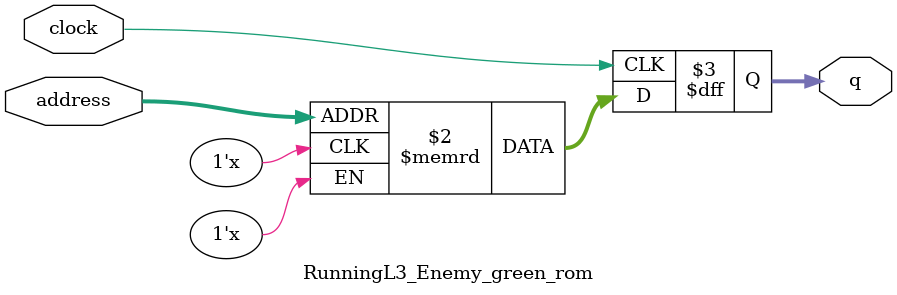
<source format=sv>
module RunningL3_Enemy_green_rom (
	input logic clock,
	input logic [11:0] address,
	output logic [2:0] q
);

logic [2:0] memory [0:2639] /* synthesis ram_init_file = "./RunningL3_Enemy_green/RunningL3_Enemy_green.mif" */;

always_ff @ (posedge clock) begin
	q <= memory[address];
end

endmodule

</source>
